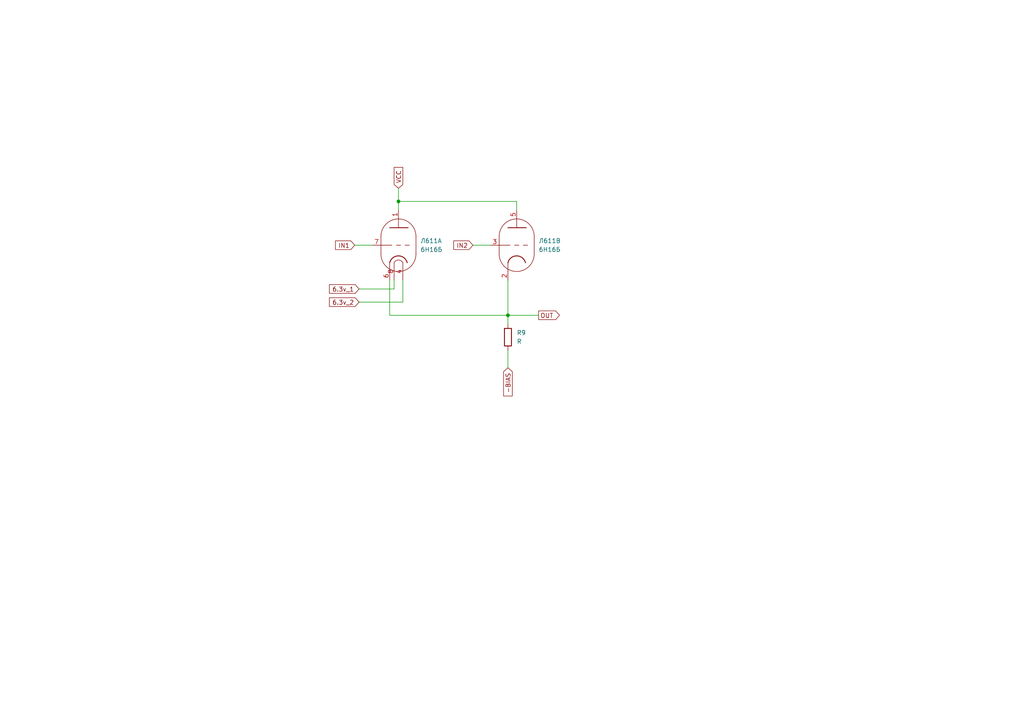
<source format=kicad_sch>
(kicad_sch
	(version 20231120)
	(generator "eeschema")
	(generator_version "8.0")
	(uuid "106c66e9-e94c-4fe4-9c4b-c39fb5eec938")
	(paper "A4")
	(lib_symbols
		(symbol "Device:R"
			(pin_numbers hide)
			(pin_names
				(offset 0)
			)
			(exclude_from_sim no)
			(in_bom yes)
			(on_board yes)
			(property "Reference" "R"
				(at 2.032 0 90)
				(effects
					(font
						(size 1.27 1.27)
					)
				)
			)
			(property "Value" "R"
				(at 0 0 90)
				(effects
					(font
						(size 1.27 1.27)
					)
				)
			)
			(property "Footprint" ""
				(at -1.778 0 90)
				(effects
					(font
						(size 1.27 1.27)
					)
					(hide yes)
				)
			)
			(property "Datasheet" "~"
				(at 0 0 0)
				(effects
					(font
						(size 1.27 1.27)
					)
					(hide yes)
				)
			)
			(property "Description" "Resistor"
				(at 0 0 0)
				(effects
					(font
						(size 1.27 1.27)
					)
					(hide yes)
				)
			)
			(property "ki_keywords" "R res resistor"
				(at 0 0 0)
				(effects
					(font
						(size 1.27 1.27)
					)
					(hide yes)
				)
			)
			(property "ki_fp_filters" "R_*"
				(at 0 0 0)
				(effects
					(font
						(size 1.27 1.27)
					)
					(hide yes)
				)
			)
			(symbol "R_0_1"
				(rectangle
					(start -1.016 -2.54)
					(end 1.016 2.54)
					(stroke
						(width 0.254)
						(type default)
					)
					(fill
						(type none)
					)
				)
			)
			(symbol "R_1_1"
				(pin passive line
					(at 0 3.81 270)
					(length 1.27)
					(name "~"
						(effects
							(font
								(size 1.27 1.27)
							)
						)
					)
					(number "1"
						(effects
							(font
								(size 1.27 1.27)
							)
						)
					)
				)
				(pin passive line
					(at 0 -3.81 90)
					(length 1.27)
					(name "~"
						(effects
							(font
								(size 1.27 1.27)
							)
						)
					)
					(number "2"
						(effects
							(font
								(size 1.27 1.27)
							)
						)
					)
				)
			)
		)
		(symbol "vacuum_tube:6Н16Б"
			(pin_names
				(offset 0) hide)
			(exclude_from_sim no)
			(in_bom yes)
			(on_board yes)
			(property "Reference" "Л"
				(at 3.302 7.874 0)
				(effects
					(font
						(size 1.27 1.27)
					)
				)
			)
			(property "Value" "6Н16Б"
				(at 8.89 -7.62 0)
				(effects
					(font
						(size 1.27 1.27)
					)
				)
			)
			(property "Footprint" ""
				(at 6.858 -10.16 0)
				(effects
					(font
						(size 1.27 1.27)
					)
					(hide yes)
				)
			)
			(property "Datasheet" ""
				(at 0 0 0)
				(effects
					(font
						(size 1.27 1.27)
					)
					(hide yes)
				)
			)
			(property "Description" "double triode"
				(at 0 0 0)
				(effects
					(font
						(size 1.27 1.27)
					)
					(hide yes)
				)
			)
			(property "ki_locked" ""
				(at 0 0 0)
				(effects
					(font
						(size 1.27 1.27)
					)
				)
			)
			(property "ki_keywords" "triode valve"
				(at 0 0 0)
				(effects
					(font
						(size 1.27 1.27)
					)
					(hide yes)
				)
			)
			(property "ki_fp_filters" "VALVE*NOVAL*P*"
				(at 0 0 0)
				(effects
					(font
						(size 1.27 1.27)
					)
					(hide yes)
				)
			)
			(symbol "6Н16Б_0_1"
				(arc
					(start -5.08 -2.54)
					(mid 0 -7.5979)
					(end 5.08 -2.54)
					(stroke
						(width 0)
						(type default)
					)
					(fill
						(type none)
					)
				)
				(polyline
					(pts
						(xy 5.08 2.54) (xy 5.08 -2.54)
					)
					(stroke
						(width 0)
						(type default)
					)
					(fill
						(type none)
					)
				)
				(polyline
					(pts
						(xy -5.08 2.54) (xy -5.08 -2.54) (xy -5.08 -2.54)
					)
					(stroke
						(width 0)
						(type default)
					)
					(fill
						(type none)
					)
				)
				(arc
					(start 5.08 2.54)
					(mid 0 7.5979)
					(end -5.08 2.54)
					(stroke
						(width 0)
						(type default)
					)
					(fill
						(type none)
					)
				)
			)
			(symbol "6Н16Б_1_0"
				(polyline
					(pts
						(xy -2.54 -5.08) (xy -2.54 -7.62)
					)
					(stroke
						(width 0)
						(type default)
					)
					(fill
						(type none)
					)
				)
				(polyline
					(pts
						(xy 0 5.08) (xy 0 7.62)
					)
					(stroke
						(width 0)
						(type default)
					)
					(fill
						(type none)
					)
				)
			)
			(symbol "6Н16Б_1_1"
				(polyline
					(pts
						(xy -5.08 0) (xy -3.175 0)
					)
					(stroke
						(width 0)
						(type default)
					)
					(fill
						(type none)
					)
				)
				(polyline
					(pts
						(xy -1.905 0) (xy -3.175 0)
					)
					(stroke
						(width 0.1524)
						(type default)
					)
					(fill
						(type none)
					)
				)
				(polyline
					(pts
						(xy -0.635 0) (xy 0.635 0)
					)
					(stroke
						(width 0.1524)
						(type default)
					)
					(fill
						(type none)
					)
				)
				(polyline
					(pts
						(xy 1.905 0) (xy 3.175 0)
					)
					(stroke
						(width 0.1524)
						(type default)
					)
					(fill
						(type none)
					)
				)
				(polyline
					(pts
						(xy -2.54 5.08) (xy 2.794 5.08) (xy 2.794 5.08)
					)
					(stroke
						(width 0.254)
						(type default)
					)
					(fill
						(type none)
					)
				)
				(arc
					(start 1.27 -5.08)
					(mid 0 -4.2951)
					(end -1.27 -5.08)
					(stroke
						(width 0)
						(type default)
					)
					(fill
						(type none)
					)
				)
				(arc
					(start 2.54 -5.08)
					(mid 0 -3.0968)
					(end -2.54 -5.08)
					(stroke
						(width 0.254)
						(type default)
					)
					(fill
						(type none)
					)
				)
				(pin output line
					(at 0 10.16 270)
					(length 2.54)
					(name "A"
						(effects
							(font
								(size 1.27 1.27)
							)
						)
					)
					(number "1"
						(effects
							(font
								(size 1.27 1.27)
							)
						)
					)
				)
				(pin power_in line
					(at 1.27 -10.16 90)
					(length 5.08)
					(name "F1"
						(effects
							(font
								(size 1.27 1.27)
							)
						)
					)
					(number "4"
						(effects
							(font
								(size 1.27 1.27)
							)
						)
					)
				)
				(pin bidirectional line
					(at -2.54 -10.16 90)
					(length 2.54)
					(name "K"
						(effects
							(font
								(size 1.27 1.27)
							)
						)
					)
					(number "6"
						(effects
							(font
								(size 1.27 1.27)
							)
						)
					)
				)
				(pin input line
					(at -7.62 0 0)
					(length 2.54)
					(name "G"
						(effects
							(font
								(size 1.27 1.27)
							)
						)
					)
					(number "7"
						(effects
							(font
								(size 1.27 1.27)
							)
						)
					)
				)
				(pin power_in line
					(at -1.27 -10.16 90)
					(length 5.08)
					(name "F1"
						(effects
							(font
								(size 1.27 1.27)
							)
						)
					)
					(number "8"
						(effects
							(font
								(size 1.27 1.27)
							)
						)
					)
				)
			)
			(symbol "6Н16Б_2_0"
				(polyline
					(pts
						(xy -2.54 -5.08) (xy -2.54 -7.62)
					)
					(stroke
						(width 0)
						(type default)
					)
					(fill
						(type none)
					)
				)
				(polyline
					(pts
						(xy 0 5.08) (xy 0 7.62)
					)
					(stroke
						(width 0)
						(type default)
					)
					(fill
						(type none)
					)
				)
			)
			(symbol "6Н16Б_2_1"
				(polyline
					(pts
						(xy -5.08 0) (xy -3.175 0)
					)
					(stroke
						(width 0)
						(type default)
					)
					(fill
						(type none)
					)
				)
				(polyline
					(pts
						(xy -1.905 0) (xy -3.175 0)
					)
					(stroke
						(width 0.1524)
						(type default)
					)
					(fill
						(type none)
					)
				)
				(polyline
					(pts
						(xy -0.635 0) (xy 0.635 0)
					)
					(stroke
						(width 0.1524)
						(type default)
					)
					(fill
						(type none)
					)
				)
				(polyline
					(pts
						(xy 1.905 0) (xy 3.175 0)
					)
					(stroke
						(width 0.1524)
						(type default)
					)
					(fill
						(type none)
					)
				)
				(polyline
					(pts
						(xy -2.54 5.08) (xy 2.794 5.08) (xy 2.794 5.08)
					)
					(stroke
						(width 0.254)
						(type default)
					)
					(fill
						(type none)
					)
				)
				(arc
					(start 2.54 -5.08)
					(mid 0 -3.0968)
					(end -2.54 -5.08)
					(stroke
						(width 0.254)
						(type default)
					)
					(fill
						(type none)
					)
				)
				(pin bidirectional line
					(at -2.54 -10.16 90)
					(length 2.54)
					(name "K"
						(effects
							(font
								(size 1.27 1.27)
							)
						)
					)
					(number "2"
						(effects
							(font
								(size 1.27 1.27)
							)
						)
					)
				)
				(pin input line
					(at -7.62 0 0)
					(length 2.54)
					(name "G"
						(effects
							(font
								(size 1.27 1.27)
							)
						)
					)
					(number "3"
						(effects
							(font
								(size 1.27 1.27)
							)
						)
					)
				)
				(pin output line
					(at 0 10.16 270)
					(length 2.54)
					(name "A"
						(effects
							(font
								(size 1.27 1.27)
							)
						)
					)
					(number "5"
						(effects
							(font
								(size 1.27 1.27)
							)
						)
					)
				)
			)
		)
	)
	(junction
		(at 115.57 58.42)
		(diameter 0)
		(color 0 0 0 0)
		(uuid "3c835d7f-c049-4518-bb78-f6984759d026")
	)
	(junction
		(at 147.32 91.44)
		(diameter 0)
		(color 0 0 0 0)
		(uuid "be000d91-6e62-4f3b-a52d-7bccc31a4ab2")
	)
	(wire
		(pts
			(xy 113.03 91.44) (xy 147.32 91.44)
		)
		(stroke
			(width 0)
			(type default)
		)
		(uuid "0e8c4f89-127c-4fb8-8681-a1e210a6c70b")
	)
	(wire
		(pts
			(xy 113.03 81.28) (xy 113.03 91.44)
		)
		(stroke
			(width 0)
			(type default)
		)
		(uuid "1d195019-b993-4b71-954d-0c68c003cc4d")
	)
	(wire
		(pts
			(xy 115.57 58.42) (xy 115.57 60.96)
		)
		(stroke
			(width 0)
			(type default)
		)
		(uuid "30eabf72-3b93-46e6-94c8-4ab25e41cc19")
	)
	(wire
		(pts
			(xy 115.57 58.42) (xy 149.86 58.42)
		)
		(stroke
			(width 0)
			(type default)
		)
		(uuid "3391827b-f973-4ef6-aff1-82fb150b793d")
	)
	(wire
		(pts
			(xy 114.3 83.82) (xy 114.3 81.28)
		)
		(stroke
			(width 0)
			(type default)
		)
		(uuid "3da1c444-be8d-48f7-86a6-db48942a3700")
	)
	(wire
		(pts
			(xy 116.84 87.63) (xy 104.14 87.63)
		)
		(stroke
			(width 0)
			(type default)
		)
		(uuid "69b695e0-c006-4be4-ba44-14f4d68e756c")
	)
	(wire
		(pts
			(xy 149.86 60.96) (xy 149.86 58.42)
		)
		(stroke
			(width 0)
			(type default)
		)
		(uuid "6c849068-11e9-48c6-af68-b166a7e08fb8")
	)
	(wire
		(pts
			(xy 147.32 101.6) (xy 147.32 106.68)
		)
		(stroke
			(width 0)
			(type default)
		)
		(uuid "7c131a1b-d590-45e3-8798-1f242eed72a2")
	)
	(wire
		(pts
			(xy 115.57 54.61) (xy 115.57 58.42)
		)
		(stroke
			(width 0)
			(type default)
		)
		(uuid "7e09cc7a-fea0-418c-8ae1-26fa1cd34b48")
	)
	(wire
		(pts
			(xy 137.16 71.12) (xy 142.24 71.12)
		)
		(stroke
			(width 0)
			(type default)
		)
		(uuid "92e48aa8-0432-4dd7-826e-b1e671f1bb0d")
	)
	(wire
		(pts
			(xy 116.84 81.28) (xy 116.84 87.63)
		)
		(stroke
			(width 0)
			(type default)
		)
		(uuid "94a2ad50-a6f9-4eae-bab0-41be8142914c")
	)
	(wire
		(pts
			(xy 102.87 71.12) (xy 107.95 71.12)
		)
		(stroke
			(width 0)
			(type default)
		)
		(uuid "9c0bdbfe-e9ea-4796-89a0-f5fc08f00708")
	)
	(wire
		(pts
			(xy 147.32 91.44) (xy 156.21 91.44)
		)
		(stroke
			(width 0)
			(type default)
		)
		(uuid "a0aaf0bd-4615-431a-b671-c38a1e370c5a")
	)
	(wire
		(pts
			(xy 104.14 83.82) (xy 114.3 83.82)
		)
		(stroke
			(width 0)
			(type default)
		)
		(uuid "a6c5379a-863b-447c-9215-5e11b5c5a8a0")
	)
	(wire
		(pts
			(xy 147.32 91.44) (xy 147.32 93.98)
		)
		(stroke
			(width 0)
			(type default)
		)
		(uuid "b5cf008b-023d-4c96-a7de-3d3ed4a04c1c")
	)
	(wire
		(pts
			(xy 147.32 81.28) (xy 147.32 91.44)
		)
		(stroke
			(width 0)
			(type default)
		)
		(uuid "e0b42b31-37d3-433e-b88f-d8401068034f")
	)
	(global_label "OUT"
		(shape output)
		(at 156.21 91.44 0)
		(fields_autoplaced yes)
		(effects
			(font
				(size 1.27 1.27)
			)
			(justify left)
		)
		(uuid "015a117e-4bb6-406d-bf0b-d0dd0189c8f6")
		(property "Intersheetrefs" "${INTERSHEET_REFS}"
			(at 162.8238 91.44 0)
			(effects
				(font
					(size 1.27 1.27)
				)
				(justify left)
				(hide yes)
			)
		)
	)
	(global_label "6.3v_1"
		(shape input)
		(at 104.14 83.82 180)
		(fields_autoplaced yes)
		(effects
			(font
				(size 1.27 1.27)
			)
			(justify right)
		)
		(uuid "121c9940-f34a-446a-aebf-52c96d3b68f6")
		(property "Intersheetrefs" "${INTERSHEET_REFS}"
			(at 95.0657 83.82 0)
			(effects
				(font
					(size 1.27 1.27)
				)
				(justify right)
				(hide yes)
			)
		)
	)
	(global_label "IN1"
		(shape input)
		(at 102.87 71.12 180)
		(fields_autoplaced yes)
		(effects
			(font
				(size 1.27 1.27)
			)
			(justify right)
		)
		(uuid "1287c528-cd67-4039-ab63-31ea4bc195d7")
		(property "Intersheetrefs" "${INTERSHEET_REFS}"
			(at 96.8194 71.12 0)
			(effects
				(font
					(size 1.27 1.27)
				)
				(justify right)
				(hide yes)
			)
		)
	)
	(global_label "-BIAS"
		(shape input)
		(at 147.32 106.68 270)
		(fields_autoplaced yes)
		(effects
			(font
				(size 1.27 1.27)
			)
			(justify right)
		)
		(uuid "2fdd9f9f-9fa0-418e-906f-f4af9d79c9d3")
		(property "Intersheetrefs" "${INTERSHEET_REFS}"
			(at 147.32 115.3311 90)
			(effects
				(font
					(size 1.27 1.27)
				)
				(justify right)
				(hide yes)
			)
		)
	)
	(global_label "VCC"
		(shape input)
		(at 115.57 54.61 90)
		(fields_autoplaced yes)
		(effects
			(font
				(size 1.27 1.27)
			)
			(justify left)
		)
		(uuid "40c5709d-247b-4910-b652-0bc004373147")
		(property "Intersheetrefs" "${INTERSHEET_REFS}"
			(at 115.57 48.0756 90)
			(effects
				(font
					(size 1.27 1.27)
				)
				(justify left)
				(hide yes)
			)
		)
	)
	(global_label "6.3v_2"
		(shape input)
		(at 104.14 87.63 180)
		(fields_autoplaced yes)
		(effects
			(font
				(size 1.27 1.27)
			)
			(justify right)
		)
		(uuid "4edff720-0958-4f18-b84d-cd58ebdb4708")
		(property "Intersheetrefs" "${INTERSHEET_REFS}"
			(at 95.0657 87.63 0)
			(effects
				(font
					(size 1.27 1.27)
				)
				(justify right)
				(hide yes)
			)
		)
	)
	(global_label "IN2"
		(shape input)
		(at 137.16 71.12 180)
		(fields_autoplaced yes)
		(effects
			(font
				(size 1.27 1.27)
			)
			(justify right)
		)
		(uuid "996f4fcb-ca0b-4d24-b0a6-c5fbc91d3e34")
		(property "Intersheetrefs" "${INTERSHEET_REFS}"
			(at 131.1094 71.12 0)
			(effects
				(font
					(size 1.27 1.27)
				)
				(justify right)
				(hide yes)
			)
		)
	)
	(symbol
		(lib_id "vacuum_tube:6Н16Б")
		(at 149.86 71.12 0)
		(unit 2)
		(exclude_from_sim no)
		(in_bom yes)
		(on_board yes)
		(dnp no)
		(fields_autoplaced yes)
		(uuid "06220760-fedb-4194-a3bc-d1a7219df8c8")
		(property "Reference" "Л611"
			(at 156.21 69.8499 0)
			(effects
				(font
					(size 1.27 1.27)
				)
				(justify left)
			)
		)
		(property "Value" "6Н16Б"
			(at 156.21 72.3899 0)
			(effects
				(font
					(size 1.27 1.27)
				)
				(justify left)
			)
		)
		(property "Footprint" ""
			(at 156.718 81.28 0)
			(effects
				(font
					(size 1.27 1.27)
				)
				(hide yes)
			)
		)
		(property "Datasheet" ""
			(at 149.86 71.12 0)
			(effects
				(font
					(size 1.27 1.27)
				)
				(hide yes)
			)
		)
		(property "Description" ""
			(at 149.86 71.12 0)
			(effects
				(font
					(size 1.27 1.27)
				)
				(hide yes)
			)
		)
		(pin "1"
			(uuid "05fa4144-39b6-4448-a766-cb6d9e6f2e06")
		)
		(pin "4"
			(uuid "58984a3b-882e-4f0a-a674-553989c50274")
		)
		(pin "6"
			(uuid "3721388e-5227-491e-9225-d3291f680009")
		)
		(pin "7"
			(uuid "49dc2ccc-1467-4082-80da-e80f34687cd4")
		)
		(pin "8"
			(uuid "9cf332b2-9d8b-4441-bd70-b2eec6d1a457")
		)
		(pin "2"
			(uuid "c2a8eeb2-588b-43ee-af22-eacc1acf97b7")
		)
		(pin "3"
			(uuid "671ecb4d-fed6-43a2-84d6-00d86954712d")
		)
		(pin "5"
			(uuid "f6a9b616-952c-418a-b7d8-8961873973c0")
		)
		(instances
			(project "logic"
				(path "/4a711068-a8e1-4e6b-a86d-5e6a0e1204d9/4f0656b4-5e1b-4264-8b54-db6202f17492"
					(reference "Л611")
					(unit 2)
				)
			)
		)
	)
	(symbol
		(lib_id "vacuum_tube:6Н16Б")
		(at 115.57 71.12 0)
		(unit 1)
		(exclude_from_sim no)
		(in_bom yes)
		(on_board yes)
		(dnp no)
		(fields_autoplaced yes)
		(uuid "1092ddff-6894-405c-8f0c-04f7617e9264")
		(property "Reference" "Л611"
			(at 121.92 69.8499 0)
			(effects
				(font
					(size 1.27 1.27)
				)
				(justify left)
			)
		)
		(property "Value" "6Н16Б"
			(at 121.92 72.3899 0)
			(effects
				(font
					(size 1.27 1.27)
				)
				(justify left)
			)
		)
		(property "Footprint" ""
			(at 122.428 81.28 0)
			(effects
				(font
					(size 1.27 1.27)
				)
				(hide yes)
			)
		)
		(property "Datasheet" ""
			(at 115.57 71.12 0)
			(effects
				(font
					(size 1.27 1.27)
				)
				(hide yes)
			)
		)
		(property "Description" ""
			(at 115.57 71.12 0)
			(effects
				(font
					(size 1.27 1.27)
				)
				(hide yes)
			)
		)
		(pin "1"
			(uuid "cd812584-ebe7-4de5-81c1-cc390bbecb4f")
		)
		(pin "4"
			(uuid "9bdf7406-cdb6-45d7-88be-49949ca6fefb")
		)
		(pin "6"
			(uuid "66ec3a8b-c13c-4d3f-9fc8-928b111e55dc")
		)
		(pin "7"
			(uuid "4f70875a-112f-4cdb-b9dc-9c4580d31a09")
		)
		(pin "8"
			(uuid "5f16526a-8e7d-47ec-b1fb-653d9e181bc2")
		)
		(pin "2"
			(uuid "5c0e76a6-d6ed-48ea-9006-048911aa42ba")
		)
		(pin "3"
			(uuid "9057b929-187a-4124-925d-959f4043d9b1")
		)
		(pin "5"
			(uuid "d74bb14f-b3b7-4f4a-9953-8f6078d897b4")
		)
		(instances
			(project "logic"
				(path "/4a711068-a8e1-4e6b-a86d-5e6a0e1204d9/4f0656b4-5e1b-4264-8b54-db6202f17492"
					(reference "Л611")
					(unit 1)
				)
			)
		)
	)
	(symbol
		(lib_id "Device:R")
		(at 147.32 97.79 0)
		(unit 1)
		(exclude_from_sim no)
		(in_bom yes)
		(on_board yes)
		(dnp no)
		(fields_autoplaced yes)
		(uuid "fdc41f1e-d168-44db-9ae9-905020d10364")
		(property "Reference" "R9"
			(at 149.86 96.52 0)
			(effects
				(font
					(size 1.27 1.27)
				)
				(justify left)
			)
		)
		(property "Value" "R"
			(at 149.86 99.06 0)
			(effects
				(font
					(size 1.27 1.27)
				)
				(justify left)
			)
		)
		(property "Footprint" ""
			(at 145.542 97.79 90)
			(effects
				(font
					(size 1.27 1.27)
				)
				(hide yes)
			)
		)
		(property "Datasheet" "~"
			(at 147.32 97.79 0)
			(effects
				(font
					(size 1.27 1.27)
				)
				(hide yes)
			)
		)
		(property "Description" ""
			(at 147.32 97.79 0)
			(effects
				(font
					(size 1.27 1.27)
				)
				(hide yes)
			)
		)
		(pin "1"
			(uuid "98fcfe41-f07d-4338-b6d5-1e15a0022d7f")
		)
		(pin "2"
			(uuid "25c35c5e-8f28-4ebd-8b22-61e458d976d3")
		)
		(instances
			(project "logic"
				(path "/4a711068-a8e1-4e6b-a86d-5e6a0e1204d9/4f0656b4-5e1b-4264-8b54-db6202f17492"
					(reference "R9")
					(unit 1)
				)
			)
		)
	)
)

</source>
